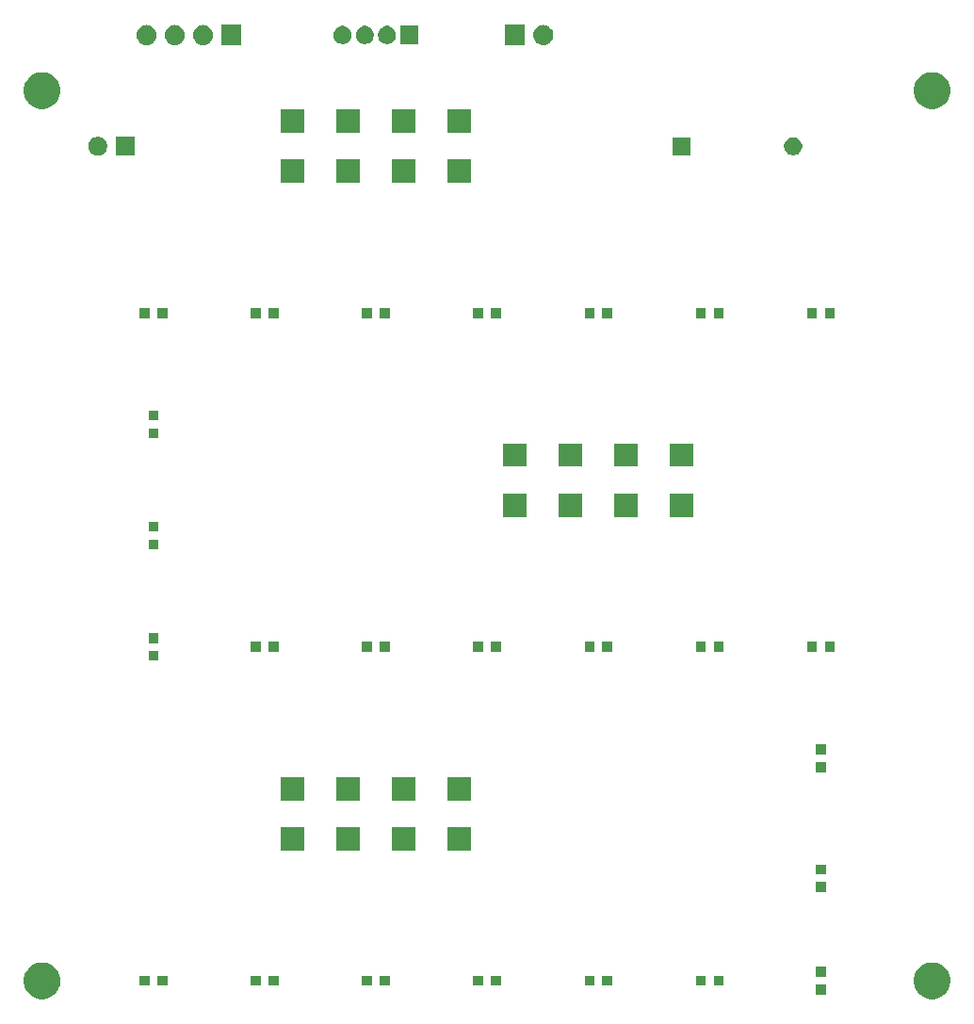
<source format=gts>
G04 #@! TF.GenerationSoftware,KiCad,Pcbnew,(5.0.2)-1*
G04 #@! TF.CreationDate,2019-02-25T23:41:49+09:00*
G04 #@! TF.ProjectId,Land,4c616e64-2e6b-4696-9361-645f70636258,rev?*
G04 #@! TF.SameCoordinates,Original*
G04 #@! TF.FileFunction,Soldermask,Top*
G04 #@! TF.FilePolarity,Negative*
%FSLAX46Y46*%
G04 Gerber Fmt 4.6, Leading zero omitted, Abs format (unit mm)*
G04 Created by KiCad (PCBNEW (5.0.2)-1) date 2019/02/25 23:41:49*
%MOMM*%
%LPD*%
G01*
G04 APERTURE LIST*
%ADD10C,0.100000*%
G04 APERTURE END LIST*
D10*
G36*
X170375256Y-143391298D02*
X170481579Y-143412447D01*
X170782042Y-143536903D01*
X171048852Y-143715180D01*
X171052454Y-143717587D01*
X171282413Y-143947546D01*
X171282415Y-143947549D01*
X171463097Y-144217958D01*
X171587553Y-144518421D01*
X171651000Y-144837391D01*
X171651000Y-145162609D01*
X171593636Y-145451000D01*
X171587553Y-145481578D01*
X171463098Y-145782040D01*
X171282413Y-146052454D01*
X171052454Y-146282413D01*
X171052451Y-146282415D01*
X170782042Y-146463097D01*
X170481579Y-146587553D01*
X170375256Y-146608702D01*
X170162611Y-146651000D01*
X169837389Y-146651000D01*
X169624744Y-146608702D01*
X169518421Y-146587553D01*
X169217958Y-146463097D01*
X168947549Y-146282415D01*
X168947546Y-146282413D01*
X168717587Y-146052454D01*
X168536902Y-145782040D01*
X168412447Y-145481578D01*
X168406365Y-145451000D01*
X168349000Y-145162609D01*
X168349000Y-144837391D01*
X168412447Y-144518421D01*
X168536903Y-144217958D01*
X168717585Y-143947549D01*
X168717587Y-143947546D01*
X168947546Y-143717587D01*
X168951148Y-143715180D01*
X169217958Y-143536903D01*
X169518421Y-143412447D01*
X169624744Y-143391298D01*
X169837389Y-143349000D01*
X170162611Y-143349000D01*
X170375256Y-143391298D01*
X170375256Y-143391298D01*
G37*
G36*
X90375256Y-143391298D02*
X90481579Y-143412447D01*
X90782042Y-143536903D01*
X91048852Y-143715180D01*
X91052454Y-143717587D01*
X91282413Y-143947546D01*
X91282415Y-143947549D01*
X91463097Y-144217958D01*
X91587553Y-144518421D01*
X91651000Y-144837391D01*
X91651000Y-145162609D01*
X91593636Y-145451000D01*
X91587553Y-145481578D01*
X91463098Y-145782040D01*
X91282413Y-146052454D01*
X91052454Y-146282413D01*
X91052451Y-146282415D01*
X90782042Y-146463097D01*
X90481579Y-146587553D01*
X90375256Y-146608702D01*
X90162611Y-146651000D01*
X89837389Y-146651000D01*
X89624744Y-146608702D01*
X89518421Y-146587553D01*
X89217958Y-146463097D01*
X88947549Y-146282415D01*
X88947546Y-146282413D01*
X88717587Y-146052454D01*
X88536902Y-145782040D01*
X88412447Y-145481578D01*
X88406365Y-145451000D01*
X88349000Y-145162609D01*
X88349000Y-144837391D01*
X88412447Y-144518421D01*
X88536903Y-144217958D01*
X88717585Y-143947549D01*
X88717587Y-143947546D01*
X88947546Y-143717587D01*
X88951148Y-143715180D01*
X89217958Y-143536903D01*
X89518421Y-143412447D01*
X89624744Y-143391298D01*
X89837389Y-143349000D01*
X90162611Y-143349000D01*
X90375256Y-143391298D01*
X90375256Y-143391298D01*
G37*
G36*
X160451000Y-146251000D02*
X159549000Y-146251000D01*
X159549000Y-145349000D01*
X160451000Y-145349000D01*
X160451000Y-146251000D01*
X160451000Y-146251000D01*
G37*
G36*
X101251000Y-145451000D02*
X100349000Y-145451000D01*
X100349000Y-144549000D01*
X101251000Y-144549000D01*
X101251000Y-145451000D01*
X101251000Y-145451000D01*
G37*
G36*
X99651000Y-145451000D02*
X98749000Y-145451000D01*
X98749000Y-144549000D01*
X99651000Y-144549000D01*
X99651000Y-145451000D01*
X99651000Y-145451000D01*
G37*
G36*
X109651000Y-145451000D02*
X108749000Y-145451000D01*
X108749000Y-144549000D01*
X109651000Y-144549000D01*
X109651000Y-145451000D01*
X109651000Y-145451000D01*
G37*
G36*
X121251000Y-145451000D02*
X120349000Y-145451000D01*
X120349000Y-144549000D01*
X121251000Y-144549000D01*
X121251000Y-145451000D01*
X121251000Y-145451000D01*
G37*
G36*
X119651000Y-145451000D02*
X118749000Y-145451000D01*
X118749000Y-144549000D01*
X119651000Y-144549000D01*
X119651000Y-145451000D01*
X119651000Y-145451000D01*
G37*
G36*
X129651000Y-145451000D02*
X128749000Y-145451000D01*
X128749000Y-144549000D01*
X129651000Y-144549000D01*
X129651000Y-145451000D01*
X129651000Y-145451000D01*
G37*
G36*
X131251000Y-145451000D02*
X130349000Y-145451000D01*
X130349000Y-144549000D01*
X131251000Y-144549000D01*
X131251000Y-145451000D01*
X131251000Y-145451000D01*
G37*
G36*
X151251000Y-145451000D02*
X150349000Y-145451000D01*
X150349000Y-144549000D01*
X151251000Y-144549000D01*
X151251000Y-145451000D01*
X151251000Y-145451000D01*
G37*
G36*
X149651000Y-145451000D02*
X148749000Y-145451000D01*
X148749000Y-144549000D01*
X149651000Y-144549000D01*
X149651000Y-145451000D01*
X149651000Y-145451000D01*
G37*
G36*
X139651000Y-145451000D02*
X138749000Y-145451000D01*
X138749000Y-144549000D01*
X139651000Y-144549000D01*
X139651000Y-145451000D01*
X139651000Y-145451000D01*
G37*
G36*
X141251000Y-145451000D02*
X140349000Y-145451000D01*
X140349000Y-144549000D01*
X141251000Y-144549000D01*
X141251000Y-145451000D01*
X141251000Y-145451000D01*
G37*
G36*
X111251000Y-145451000D02*
X110349000Y-145451000D01*
X110349000Y-144549000D01*
X111251000Y-144549000D01*
X111251000Y-145451000D01*
X111251000Y-145451000D01*
G37*
G36*
X160451000Y-144651000D02*
X159549000Y-144651000D01*
X159549000Y-143749000D01*
X160451000Y-143749000D01*
X160451000Y-144651000D01*
X160451000Y-144651000D01*
G37*
G36*
X160451000Y-137051000D02*
X159549000Y-137051000D01*
X159549000Y-136149000D01*
X160451000Y-136149000D01*
X160451000Y-137051000D01*
X160451000Y-137051000D01*
G37*
G36*
X160451000Y-135451000D02*
X159549000Y-135451000D01*
X159549000Y-134549000D01*
X160451000Y-134549000D01*
X160451000Y-135451000D01*
X160451000Y-135451000D01*
G37*
G36*
X123551000Y-133301000D02*
X121449000Y-133301000D01*
X121449000Y-131199000D01*
X123551000Y-131199000D01*
X123551000Y-133301000D01*
X123551000Y-133301000D01*
G37*
G36*
X128551000Y-133301000D02*
X126449000Y-133301000D01*
X126449000Y-131199000D01*
X128551000Y-131199000D01*
X128551000Y-133301000D01*
X128551000Y-133301000D01*
G37*
G36*
X118551000Y-133301000D02*
X116449000Y-133301000D01*
X116449000Y-131199000D01*
X118551000Y-131199000D01*
X118551000Y-133301000D01*
X118551000Y-133301000D01*
G37*
G36*
X113551000Y-133301000D02*
X111449000Y-133301000D01*
X111449000Y-131199000D01*
X113551000Y-131199000D01*
X113551000Y-133301000D01*
X113551000Y-133301000D01*
G37*
G36*
X118551000Y-128801000D02*
X116449000Y-128801000D01*
X116449000Y-126699000D01*
X118551000Y-126699000D01*
X118551000Y-128801000D01*
X118551000Y-128801000D01*
G37*
G36*
X113551000Y-128801000D02*
X111449000Y-128801000D01*
X111449000Y-126699000D01*
X113551000Y-126699000D01*
X113551000Y-128801000D01*
X113551000Y-128801000D01*
G37*
G36*
X128551000Y-128801000D02*
X126449000Y-128801000D01*
X126449000Y-126699000D01*
X128551000Y-126699000D01*
X128551000Y-128801000D01*
X128551000Y-128801000D01*
G37*
G36*
X123551000Y-128801000D02*
X121449000Y-128801000D01*
X121449000Y-126699000D01*
X123551000Y-126699000D01*
X123551000Y-128801000D01*
X123551000Y-128801000D01*
G37*
G36*
X160451000Y-126251000D02*
X159549000Y-126251000D01*
X159549000Y-125349000D01*
X160451000Y-125349000D01*
X160451000Y-126251000D01*
X160451000Y-126251000D01*
G37*
G36*
X160451000Y-124651000D02*
X159549000Y-124651000D01*
X159549000Y-123749000D01*
X160451000Y-123749000D01*
X160451000Y-124651000D01*
X160451000Y-124651000D01*
G37*
G36*
X100451000Y-116251000D02*
X99549000Y-116251000D01*
X99549000Y-115349000D01*
X100451000Y-115349000D01*
X100451000Y-116251000D01*
X100451000Y-116251000D01*
G37*
G36*
X139651000Y-115451000D02*
X138749000Y-115451000D01*
X138749000Y-114549000D01*
X139651000Y-114549000D01*
X139651000Y-115451000D01*
X139651000Y-115451000D01*
G37*
G36*
X151251000Y-115451000D02*
X150349000Y-115451000D01*
X150349000Y-114549000D01*
X151251000Y-114549000D01*
X151251000Y-115451000D01*
X151251000Y-115451000D01*
G37*
G36*
X159651000Y-115451000D02*
X158749000Y-115451000D01*
X158749000Y-114549000D01*
X159651000Y-114549000D01*
X159651000Y-115451000D01*
X159651000Y-115451000D01*
G37*
G36*
X161251000Y-115451000D02*
X160349000Y-115451000D01*
X160349000Y-114549000D01*
X161251000Y-114549000D01*
X161251000Y-115451000D01*
X161251000Y-115451000D01*
G37*
G36*
X149651000Y-115451000D02*
X148749000Y-115451000D01*
X148749000Y-114549000D01*
X149651000Y-114549000D01*
X149651000Y-115451000D01*
X149651000Y-115451000D01*
G37*
G36*
X141251000Y-115451000D02*
X140349000Y-115451000D01*
X140349000Y-114549000D01*
X141251000Y-114549000D01*
X141251000Y-115451000D01*
X141251000Y-115451000D01*
G37*
G36*
X131251000Y-115451000D02*
X130349000Y-115451000D01*
X130349000Y-114549000D01*
X131251000Y-114549000D01*
X131251000Y-115451000D01*
X131251000Y-115451000D01*
G37*
G36*
X111251000Y-115451000D02*
X110349000Y-115451000D01*
X110349000Y-114549000D01*
X111251000Y-114549000D01*
X111251000Y-115451000D01*
X111251000Y-115451000D01*
G37*
G36*
X119651000Y-115451000D02*
X118749000Y-115451000D01*
X118749000Y-114549000D01*
X119651000Y-114549000D01*
X119651000Y-115451000D01*
X119651000Y-115451000D01*
G37*
G36*
X109651000Y-115451000D02*
X108749000Y-115451000D01*
X108749000Y-114549000D01*
X109651000Y-114549000D01*
X109651000Y-115451000D01*
X109651000Y-115451000D01*
G37*
G36*
X129651000Y-115451000D02*
X128749000Y-115451000D01*
X128749000Y-114549000D01*
X129651000Y-114549000D01*
X129651000Y-115451000D01*
X129651000Y-115451000D01*
G37*
G36*
X121251000Y-115451000D02*
X120349000Y-115451000D01*
X120349000Y-114549000D01*
X121251000Y-114549000D01*
X121251000Y-115451000D01*
X121251000Y-115451000D01*
G37*
G36*
X100451000Y-114651000D02*
X99549000Y-114651000D01*
X99549000Y-113749000D01*
X100451000Y-113749000D01*
X100451000Y-114651000D01*
X100451000Y-114651000D01*
G37*
G36*
X100451000Y-106251000D02*
X99549000Y-106251000D01*
X99549000Y-105349000D01*
X100451000Y-105349000D01*
X100451000Y-106251000D01*
X100451000Y-106251000D01*
G37*
G36*
X100451000Y-104651000D02*
X99549000Y-104651000D01*
X99549000Y-103749000D01*
X100451000Y-103749000D01*
X100451000Y-104651000D01*
X100451000Y-104651000D01*
G37*
G36*
X133551000Y-103301000D02*
X131449000Y-103301000D01*
X131449000Y-101199000D01*
X133551000Y-101199000D01*
X133551000Y-103301000D01*
X133551000Y-103301000D01*
G37*
G36*
X138551000Y-103301000D02*
X136449000Y-103301000D01*
X136449000Y-101199000D01*
X138551000Y-101199000D01*
X138551000Y-103301000D01*
X138551000Y-103301000D01*
G37*
G36*
X148551000Y-103301000D02*
X146449000Y-103301000D01*
X146449000Y-101199000D01*
X148551000Y-101199000D01*
X148551000Y-103301000D01*
X148551000Y-103301000D01*
G37*
G36*
X143551000Y-103301000D02*
X141449000Y-103301000D01*
X141449000Y-101199000D01*
X143551000Y-101199000D01*
X143551000Y-103301000D01*
X143551000Y-103301000D01*
G37*
G36*
X148551000Y-98801000D02*
X146449000Y-98801000D01*
X146449000Y-96699000D01*
X148551000Y-96699000D01*
X148551000Y-98801000D01*
X148551000Y-98801000D01*
G37*
G36*
X143551000Y-98801000D02*
X141449000Y-98801000D01*
X141449000Y-96699000D01*
X143551000Y-96699000D01*
X143551000Y-98801000D01*
X143551000Y-98801000D01*
G37*
G36*
X133551000Y-98801000D02*
X131449000Y-98801000D01*
X131449000Y-96699000D01*
X133551000Y-96699000D01*
X133551000Y-98801000D01*
X133551000Y-98801000D01*
G37*
G36*
X138551000Y-98801000D02*
X136449000Y-98801000D01*
X136449000Y-96699000D01*
X138551000Y-96699000D01*
X138551000Y-98801000D01*
X138551000Y-98801000D01*
G37*
G36*
X100451000Y-96251000D02*
X99549000Y-96251000D01*
X99549000Y-95349000D01*
X100451000Y-95349000D01*
X100451000Y-96251000D01*
X100451000Y-96251000D01*
G37*
G36*
X100451000Y-94651000D02*
X99549000Y-94651000D01*
X99549000Y-93749000D01*
X100451000Y-93749000D01*
X100451000Y-94651000D01*
X100451000Y-94651000D01*
G37*
G36*
X141251000Y-85451000D02*
X140349000Y-85451000D01*
X140349000Y-84549000D01*
X141251000Y-84549000D01*
X141251000Y-85451000D01*
X141251000Y-85451000D01*
G37*
G36*
X129651000Y-85451000D02*
X128749000Y-85451000D01*
X128749000Y-84549000D01*
X129651000Y-84549000D01*
X129651000Y-85451000D01*
X129651000Y-85451000D01*
G37*
G36*
X99651000Y-85451000D02*
X98749000Y-85451000D01*
X98749000Y-84549000D01*
X99651000Y-84549000D01*
X99651000Y-85451000D01*
X99651000Y-85451000D01*
G37*
G36*
X101251000Y-85451000D02*
X100349000Y-85451000D01*
X100349000Y-84549000D01*
X101251000Y-84549000D01*
X101251000Y-85451000D01*
X101251000Y-85451000D01*
G37*
G36*
X111251000Y-85451000D02*
X110349000Y-85451000D01*
X110349000Y-84549000D01*
X111251000Y-84549000D01*
X111251000Y-85451000D01*
X111251000Y-85451000D01*
G37*
G36*
X109651000Y-85451000D02*
X108749000Y-85451000D01*
X108749000Y-84549000D01*
X109651000Y-84549000D01*
X109651000Y-85451000D01*
X109651000Y-85451000D01*
G37*
G36*
X119651000Y-85451000D02*
X118749000Y-85451000D01*
X118749000Y-84549000D01*
X119651000Y-84549000D01*
X119651000Y-85451000D01*
X119651000Y-85451000D01*
G37*
G36*
X131251000Y-85451000D02*
X130349000Y-85451000D01*
X130349000Y-84549000D01*
X131251000Y-84549000D01*
X131251000Y-85451000D01*
X131251000Y-85451000D01*
G37*
G36*
X139651000Y-85451000D02*
X138749000Y-85451000D01*
X138749000Y-84549000D01*
X139651000Y-84549000D01*
X139651000Y-85451000D01*
X139651000Y-85451000D01*
G37*
G36*
X161251000Y-85451000D02*
X160349000Y-85451000D01*
X160349000Y-84549000D01*
X161251000Y-84549000D01*
X161251000Y-85451000D01*
X161251000Y-85451000D01*
G37*
G36*
X159651000Y-85451000D02*
X158749000Y-85451000D01*
X158749000Y-84549000D01*
X159651000Y-84549000D01*
X159651000Y-85451000D01*
X159651000Y-85451000D01*
G37*
G36*
X121251000Y-85451000D02*
X120349000Y-85451000D01*
X120349000Y-84549000D01*
X121251000Y-84549000D01*
X121251000Y-85451000D01*
X121251000Y-85451000D01*
G37*
G36*
X149651000Y-85451000D02*
X148749000Y-85451000D01*
X148749000Y-84549000D01*
X149651000Y-84549000D01*
X149651000Y-85451000D01*
X149651000Y-85451000D01*
G37*
G36*
X151251000Y-85451000D02*
X150349000Y-85451000D01*
X150349000Y-84549000D01*
X151251000Y-84549000D01*
X151251000Y-85451000D01*
X151251000Y-85451000D01*
G37*
G36*
X113551000Y-73301000D02*
X111449000Y-73301000D01*
X111449000Y-71199000D01*
X113551000Y-71199000D01*
X113551000Y-73301000D01*
X113551000Y-73301000D01*
G37*
G36*
X123551000Y-73301000D02*
X121449000Y-73301000D01*
X121449000Y-71199000D01*
X123551000Y-71199000D01*
X123551000Y-73301000D01*
X123551000Y-73301000D01*
G37*
G36*
X118551000Y-73301000D02*
X116449000Y-73301000D01*
X116449000Y-71199000D01*
X118551000Y-71199000D01*
X118551000Y-73301000D01*
X118551000Y-73301000D01*
G37*
G36*
X128551000Y-73301000D02*
X126449000Y-73301000D01*
X126449000Y-71199000D01*
X128551000Y-71199000D01*
X128551000Y-73301000D01*
X128551000Y-73301000D01*
G37*
G36*
X98351000Y-70851000D02*
X96649000Y-70851000D01*
X96649000Y-69149000D01*
X98351000Y-69149000D01*
X98351000Y-70851000D01*
X98351000Y-70851000D01*
G37*
G36*
X95248228Y-69181703D02*
X95403100Y-69245853D01*
X95542481Y-69338985D01*
X95661015Y-69457519D01*
X95754147Y-69596900D01*
X95818297Y-69751772D01*
X95851000Y-69916184D01*
X95851000Y-70083816D01*
X95818297Y-70248228D01*
X95754147Y-70403100D01*
X95661015Y-70542481D01*
X95542481Y-70661015D01*
X95403100Y-70754147D01*
X95248228Y-70818297D01*
X95083816Y-70851000D01*
X94916184Y-70851000D01*
X94751772Y-70818297D01*
X94596900Y-70754147D01*
X94457519Y-70661015D01*
X94338985Y-70542481D01*
X94245853Y-70403100D01*
X94181703Y-70248228D01*
X94149000Y-70083816D01*
X94149000Y-69916184D01*
X94181703Y-69751772D01*
X94245853Y-69596900D01*
X94338985Y-69457519D01*
X94457519Y-69338985D01*
X94596900Y-69245853D01*
X94751772Y-69181703D01*
X94916184Y-69149000D01*
X95083816Y-69149000D01*
X95248228Y-69181703D01*
X95248228Y-69181703D01*
G37*
G36*
X157737142Y-69218242D02*
X157885102Y-69279530D01*
X158018258Y-69368502D01*
X158131498Y-69481742D01*
X158220470Y-69614898D01*
X158281758Y-69762858D01*
X158313000Y-69919925D01*
X158313000Y-70080075D01*
X158281758Y-70237142D01*
X158220470Y-70385102D01*
X158131498Y-70518258D01*
X158018258Y-70631498D01*
X157885102Y-70720470D01*
X157737142Y-70781758D01*
X157580075Y-70813000D01*
X157419925Y-70813000D01*
X157262858Y-70781758D01*
X157114898Y-70720470D01*
X156981742Y-70631498D01*
X156868502Y-70518258D01*
X156779530Y-70385102D01*
X156718242Y-70237142D01*
X156687000Y-70080075D01*
X156687000Y-69919925D01*
X156718242Y-69762858D01*
X156779530Y-69614898D01*
X156868502Y-69481742D01*
X156981742Y-69368502D01*
X157114898Y-69279530D01*
X157262858Y-69218242D01*
X157419925Y-69187000D01*
X157580075Y-69187000D01*
X157737142Y-69218242D01*
X157737142Y-69218242D01*
G37*
G36*
X148313000Y-70813000D02*
X146687000Y-70813000D01*
X146687000Y-69187000D01*
X148313000Y-69187000D01*
X148313000Y-70813000D01*
X148313000Y-70813000D01*
G37*
G36*
X118551000Y-68801000D02*
X116449000Y-68801000D01*
X116449000Y-66699000D01*
X118551000Y-66699000D01*
X118551000Y-68801000D01*
X118551000Y-68801000D01*
G37*
G36*
X128551000Y-68801000D02*
X126449000Y-68801000D01*
X126449000Y-66699000D01*
X128551000Y-66699000D01*
X128551000Y-68801000D01*
X128551000Y-68801000D01*
G37*
G36*
X123551000Y-68801000D02*
X121449000Y-68801000D01*
X121449000Y-66699000D01*
X123551000Y-66699000D01*
X123551000Y-68801000D01*
X123551000Y-68801000D01*
G37*
G36*
X113551000Y-68801000D02*
X111449000Y-68801000D01*
X111449000Y-66699000D01*
X113551000Y-66699000D01*
X113551000Y-68801000D01*
X113551000Y-68801000D01*
G37*
G36*
X90375256Y-63391298D02*
X90481579Y-63412447D01*
X90782042Y-63536903D01*
X91048852Y-63715180D01*
X91052454Y-63717587D01*
X91282413Y-63947546D01*
X91463098Y-64217960D01*
X91587553Y-64518422D01*
X91651000Y-64837389D01*
X91651000Y-65162611D01*
X91587553Y-65481578D01*
X91463098Y-65782040D01*
X91282413Y-66052454D01*
X91052454Y-66282413D01*
X91052451Y-66282415D01*
X90782042Y-66463097D01*
X90481579Y-66587553D01*
X90375256Y-66608702D01*
X90162611Y-66651000D01*
X89837389Y-66651000D01*
X89624744Y-66608702D01*
X89518421Y-66587553D01*
X89217958Y-66463097D01*
X88947549Y-66282415D01*
X88947546Y-66282413D01*
X88717587Y-66052454D01*
X88536902Y-65782040D01*
X88412447Y-65481578D01*
X88349000Y-65162611D01*
X88349000Y-64837389D01*
X88412447Y-64518422D01*
X88536902Y-64217960D01*
X88717587Y-63947546D01*
X88947546Y-63717587D01*
X88951148Y-63715180D01*
X89217958Y-63536903D01*
X89518421Y-63412447D01*
X89624744Y-63391298D01*
X89837389Y-63349000D01*
X90162611Y-63349000D01*
X90375256Y-63391298D01*
X90375256Y-63391298D01*
G37*
G36*
X170375256Y-63391298D02*
X170481579Y-63412447D01*
X170782042Y-63536903D01*
X171048852Y-63715180D01*
X171052454Y-63717587D01*
X171282413Y-63947546D01*
X171463098Y-64217960D01*
X171587553Y-64518422D01*
X171651000Y-64837389D01*
X171651000Y-65162611D01*
X171587553Y-65481578D01*
X171463098Y-65782040D01*
X171282413Y-66052454D01*
X171052454Y-66282413D01*
X171052451Y-66282415D01*
X170782042Y-66463097D01*
X170481579Y-66587553D01*
X170375256Y-66608702D01*
X170162611Y-66651000D01*
X169837389Y-66651000D01*
X169624744Y-66608702D01*
X169518421Y-66587553D01*
X169217958Y-66463097D01*
X168947549Y-66282415D01*
X168947546Y-66282413D01*
X168717587Y-66052454D01*
X168536902Y-65782040D01*
X168412447Y-65481578D01*
X168349000Y-65162611D01*
X168349000Y-64837389D01*
X168412447Y-64518422D01*
X168536902Y-64217960D01*
X168717587Y-63947546D01*
X168947546Y-63717587D01*
X168951148Y-63715180D01*
X169217958Y-63536903D01*
X169518421Y-63412447D01*
X169624744Y-63391298D01*
X169837389Y-63349000D01*
X170162611Y-63349000D01*
X170375256Y-63391298D01*
X170375256Y-63391298D01*
G37*
G36*
X107901000Y-60901000D02*
X106099000Y-60901000D01*
X106099000Y-59099000D01*
X107901000Y-59099000D01*
X107901000Y-60901000D01*
X107901000Y-60901000D01*
G37*
G36*
X99490443Y-59105519D02*
X99556627Y-59112037D01*
X99669853Y-59146384D01*
X99726467Y-59163557D01*
X99828774Y-59218242D01*
X99882991Y-59247222D01*
X99918729Y-59276552D01*
X100020186Y-59359814D01*
X100103448Y-59461271D01*
X100132778Y-59497009D01*
X100132779Y-59497011D01*
X100216443Y-59653533D01*
X100216443Y-59653534D01*
X100267963Y-59823373D01*
X100285359Y-60000000D01*
X100267963Y-60176627D01*
X100233616Y-60289853D01*
X100216443Y-60346467D01*
X100142348Y-60485087D01*
X100132778Y-60502991D01*
X100103448Y-60538729D01*
X100020186Y-60640186D01*
X99922358Y-60720470D01*
X99882991Y-60752778D01*
X99882989Y-60752779D01*
X99726467Y-60836443D01*
X99669853Y-60853616D01*
X99556627Y-60887963D01*
X99490442Y-60894482D01*
X99424260Y-60901000D01*
X99335740Y-60901000D01*
X99269558Y-60894482D01*
X99203373Y-60887963D01*
X99090147Y-60853616D01*
X99033533Y-60836443D01*
X98877011Y-60752779D01*
X98877009Y-60752778D01*
X98837642Y-60720470D01*
X98739814Y-60640186D01*
X98656552Y-60538729D01*
X98627222Y-60502991D01*
X98617652Y-60485087D01*
X98543557Y-60346467D01*
X98526384Y-60289853D01*
X98492037Y-60176627D01*
X98474641Y-60000000D01*
X98492037Y-59823373D01*
X98543557Y-59653534D01*
X98543557Y-59653533D01*
X98627221Y-59497011D01*
X98627222Y-59497009D01*
X98656552Y-59461271D01*
X98739814Y-59359814D01*
X98841271Y-59276552D01*
X98877009Y-59247222D01*
X98931226Y-59218242D01*
X99033533Y-59163557D01*
X99090147Y-59146384D01*
X99203373Y-59112037D01*
X99269557Y-59105519D01*
X99335740Y-59099000D01*
X99424260Y-59099000D01*
X99490443Y-59105519D01*
X99490443Y-59105519D01*
G37*
G36*
X102030443Y-59105519D02*
X102096627Y-59112037D01*
X102209853Y-59146384D01*
X102266467Y-59163557D01*
X102368774Y-59218242D01*
X102422991Y-59247222D01*
X102458729Y-59276552D01*
X102560186Y-59359814D01*
X102643448Y-59461271D01*
X102672778Y-59497009D01*
X102672779Y-59497011D01*
X102756443Y-59653533D01*
X102756443Y-59653534D01*
X102807963Y-59823373D01*
X102825359Y-60000000D01*
X102807963Y-60176627D01*
X102773616Y-60289853D01*
X102756443Y-60346467D01*
X102682348Y-60485087D01*
X102672778Y-60502991D01*
X102643448Y-60538729D01*
X102560186Y-60640186D01*
X102462358Y-60720470D01*
X102422991Y-60752778D01*
X102422989Y-60752779D01*
X102266467Y-60836443D01*
X102209853Y-60853616D01*
X102096627Y-60887963D01*
X102030442Y-60894482D01*
X101964260Y-60901000D01*
X101875740Y-60901000D01*
X101809558Y-60894482D01*
X101743373Y-60887963D01*
X101630147Y-60853616D01*
X101573533Y-60836443D01*
X101417011Y-60752779D01*
X101417009Y-60752778D01*
X101377642Y-60720470D01*
X101279814Y-60640186D01*
X101196552Y-60538729D01*
X101167222Y-60502991D01*
X101157652Y-60485087D01*
X101083557Y-60346467D01*
X101066384Y-60289853D01*
X101032037Y-60176627D01*
X101014641Y-60000000D01*
X101032037Y-59823373D01*
X101083557Y-59653534D01*
X101083557Y-59653533D01*
X101167221Y-59497011D01*
X101167222Y-59497009D01*
X101196552Y-59461271D01*
X101279814Y-59359814D01*
X101381271Y-59276552D01*
X101417009Y-59247222D01*
X101471226Y-59218242D01*
X101573533Y-59163557D01*
X101630147Y-59146384D01*
X101743373Y-59112037D01*
X101809557Y-59105519D01*
X101875740Y-59099000D01*
X101964260Y-59099000D01*
X102030443Y-59105519D01*
X102030443Y-59105519D01*
G37*
G36*
X104570443Y-59105519D02*
X104636627Y-59112037D01*
X104749853Y-59146384D01*
X104806467Y-59163557D01*
X104908774Y-59218242D01*
X104962991Y-59247222D01*
X104998729Y-59276552D01*
X105100186Y-59359814D01*
X105183448Y-59461271D01*
X105212778Y-59497009D01*
X105212779Y-59497011D01*
X105296443Y-59653533D01*
X105296443Y-59653534D01*
X105347963Y-59823373D01*
X105365359Y-60000000D01*
X105347963Y-60176627D01*
X105313616Y-60289853D01*
X105296443Y-60346467D01*
X105222348Y-60485087D01*
X105212778Y-60502991D01*
X105183448Y-60538729D01*
X105100186Y-60640186D01*
X105002358Y-60720470D01*
X104962991Y-60752778D01*
X104962989Y-60752779D01*
X104806467Y-60836443D01*
X104749853Y-60853616D01*
X104636627Y-60887963D01*
X104570442Y-60894482D01*
X104504260Y-60901000D01*
X104415740Y-60901000D01*
X104349558Y-60894482D01*
X104283373Y-60887963D01*
X104170147Y-60853616D01*
X104113533Y-60836443D01*
X103957011Y-60752779D01*
X103957009Y-60752778D01*
X103917642Y-60720470D01*
X103819814Y-60640186D01*
X103736552Y-60538729D01*
X103707222Y-60502991D01*
X103697652Y-60485087D01*
X103623557Y-60346467D01*
X103606384Y-60289853D01*
X103572037Y-60176627D01*
X103554641Y-60000000D01*
X103572037Y-59823373D01*
X103623557Y-59653534D01*
X103623557Y-59653533D01*
X103707221Y-59497011D01*
X103707222Y-59497009D01*
X103736552Y-59461271D01*
X103819814Y-59359814D01*
X103921271Y-59276552D01*
X103957009Y-59247222D01*
X104011226Y-59218242D01*
X104113533Y-59163557D01*
X104170147Y-59146384D01*
X104283373Y-59112037D01*
X104349557Y-59105519D01*
X104415740Y-59099000D01*
X104504260Y-59099000D01*
X104570443Y-59105519D01*
X104570443Y-59105519D01*
G37*
G36*
X135150443Y-59105519D02*
X135216627Y-59112037D01*
X135329853Y-59146384D01*
X135386467Y-59163557D01*
X135488774Y-59218242D01*
X135542991Y-59247222D01*
X135578729Y-59276552D01*
X135680186Y-59359814D01*
X135763448Y-59461271D01*
X135792778Y-59497009D01*
X135792779Y-59497011D01*
X135876443Y-59653533D01*
X135876443Y-59653534D01*
X135927963Y-59823373D01*
X135945359Y-60000000D01*
X135927963Y-60176627D01*
X135893616Y-60289853D01*
X135876443Y-60346467D01*
X135802348Y-60485087D01*
X135792778Y-60502991D01*
X135763448Y-60538729D01*
X135680186Y-60640186D01*
X135582358Y-60720470D01*
X135542991Y-60752778D01*
X135542989Y-60752779D01*
X135386467Y-60836443D01*
X135329853Y-60853616D01*
X135216627Y-60887963D01*
X135150442Y-60894482D01*
X135084260Y-60901000D01*
X134995740Y-60901000D01*
X134929558Y-60894482D01*
X134863373Y-60887963D01*
X134750147Y-60853616D01*
X134693533Y-60836443D01*
X134537011Y-60752779D01*
X134537009Y-60752778D01*
X134497642Y-60720470D01*
X134399814Y-60640186D01*
X134316552Y-60538729D01*
X134287222Y-60502991D01*
X134277652Y-60485087D01*
X134203557Y-60346467D01*
X134186384Y-60289853D01*
X134152037Y-60176627D01*
X134134641Y-60000000D01*
X134152037Y-59823373D01*
X134203557Y-59653534D01*
X134203557Y-59653533D01*
X134287221Y-59497011D01*
X134287222Y-59497009D01*
X134316552Y-59461271D01*
X134399814Y-59359814D01*
X134501271Y-59276552D01*
X134537009Y-59247222D01*
X134591226Y-59218242D01*
X134693533Y-59163557D01*
X134750147Y-59146384D01*
X134863373Y-59112037D01*
X134929557Y-59105519D01*
X134995740Y-59099000D01*
X135084260Y-59099000D01*
X135150443Y-59105519D01*
X135150443Y-59105519D01*
G37*
G36*
X133401000Y-60901000D02*
X131599000Y-60901000D01*
X131599000Y-59099000D01*
X133401000Y-59099000D01*
X133401000Y-60901000D01*
X133401000Y-60901000D01*
G37*
G36*
X123813000Y-60813000D02*
X122187000Y-60813000D01*
X122187000Y-59187000D01*
X123813000Y-59187000D01*
X123813000Y-60813000D01*
X123813000Y-60813000D01*
G37*
G36*
X121237142Y-59218242D02*
X121385102Y-59279530D01*
X121452130Y-59324317D01*
X121518257Y-59368501D01*
X121631499Y-59481743D01*
X121675683Y-59547870D01*
X121720470Y-59614898D01*
X121781758Y-59762858D01*
X121813000Y-59919925D01*
X121813000Y-60080075D01*
X121781758Y-60237142D01*
X121736474Y-60346466D01*
X121720471Y-60385100D01*
X121631499Y-60518257D01*
X121518257Y-60631499D01*
X121452130Y-60675683D01*
X121385102Y-60720470D01*
X121237142Y-60781758D01*
X121080075Y-60813000D01*
X120919925Y-60813000D01*
X120762858Y-60781758D01*
X120614898Y-60720470D01*
X120547870Y-60675683D01*
X120481743Y-60631499D01*
X120368501Y-60518257D01*
X120279529Y-60385100D01*
X120263526Y-60346466D01*
X120218242Y-60237142D01*
X120187000Y-60080075D01*
X120187000Y-59919925D01*
X120218242Y-59762858D01*
X120279530Y-59614898D01*
X120324317Y-59547870D01*
X120368501Y-59481743D01*
X120481743Y-59368501D01*
X120547870Y-59324317D01*
X120614898Y-59279530D01*
X120762858Y-59218242D01*
X120919925Y-59187000D01*
X121080075Y-59187000D01*
X121237142Y-59218242D01*
X121237142Y-59218242D01*
G37*
G36*
X119237142Y-59218242D02*
X119385102Y-59279530D01*
X119452130Y-59324317D01*
X119518257Y-59368501D01*
X119631499Y-59481743D01*
X119675683Y-59547870D01*
X119720470Y-59614898D01*
X119781758Y-59762858D01*
X119813000Y-59919925D01*
X119813000Y-60080075D01*
X119781758Y-60237142D01*
X119736474Y-60346466D01*
X119720471Y-60385100D01*
X119631499Y-60518257D01*
X119518257Y-60631499D01*
X119452130Y-60675683D01*
X119385102Y-60720470D01*
X119237142Y-60781758D01*
X119080075Y-60813000D01*
X118919925Y-60813000D01*
X118762858Y-60781758D01*
X118614898Y-60720470D01*
X118547870Y-60675683D01*
X118481743Y-60631499D01*
X118368501Y-60518257D01*
X118279529Y-60385100D01*
X118263526Y-60346466D01*
X118218242Y-60237142D01*
X118187000Y-60080075D01*
X118187000Y-59919925D01*
X118218242Y-59762858D01*
X118279530Y-59614898D01*
X118324317Y-59547870D01*
X118368501Y-59481743D01*
X118481743Y-59368501D01*
X118547870Y-59324317D01*
X118614898Y-59279530D01*
X118762858Y-59218242D01*
X118919925Y-59187000D01*
X119080075Y-59187000D01*
X119237142Y-59218242D01*
X119237142Y-59218242D01*
G37*
G36*
X117237142Y-59218242D02*
X117385102Y-59279530D01*
X117452130Y-59324317D01*
X117518257Y-59368501D01*
X117631499Y-59481743D01*
X117675683Y-59547870D01*
X117720470Y-59614898D01*
X117781758Y-59762858D01*
X117813000Y-59919925D01*
X117813000Y-60080075D01*
X117781758Y-60237142D01*
X117736474Y-60346466D01*
X117720471Y-60385100D01*
X117631499Y-60518257D01*
X117518257Y-60631499D01*
X117452130Y-60675683D01*
X117385102Y-60720470D01*
X117237142Y-60781758D01*
X117080075Y-60813000D01*
X116919925Y-60813000D01*
X116762858Y-60781758D01*
X116614898Y-60720470D01*
X116547870Y-60675683D01*
X116481743Y-60631499D01*
X116368501Y-60518257D01*
X116279529Y-60385100D01*
X116263526Y-60346466D01*
X116218242Y-60237142D01*
X116187000Y-60080075D01*
X116187000Y-59919925D01*
X116218242Y-59762858D01*
X116279530Y-59614898D01*
X116324317Y-59547870D01*
X116368501Y-59481743D01*
X116481743Y-59368501D01*
X116547870Y-59324317D01*
X116614898Y-59279530D01*
X116762858Y-59218242D01*
X116919925Y-59187000D01*
X117080075Y-59187000D01*
X117237142Y-59218242D01*
X117237142Y-59218242D01*
G37*
M02*

</source>
